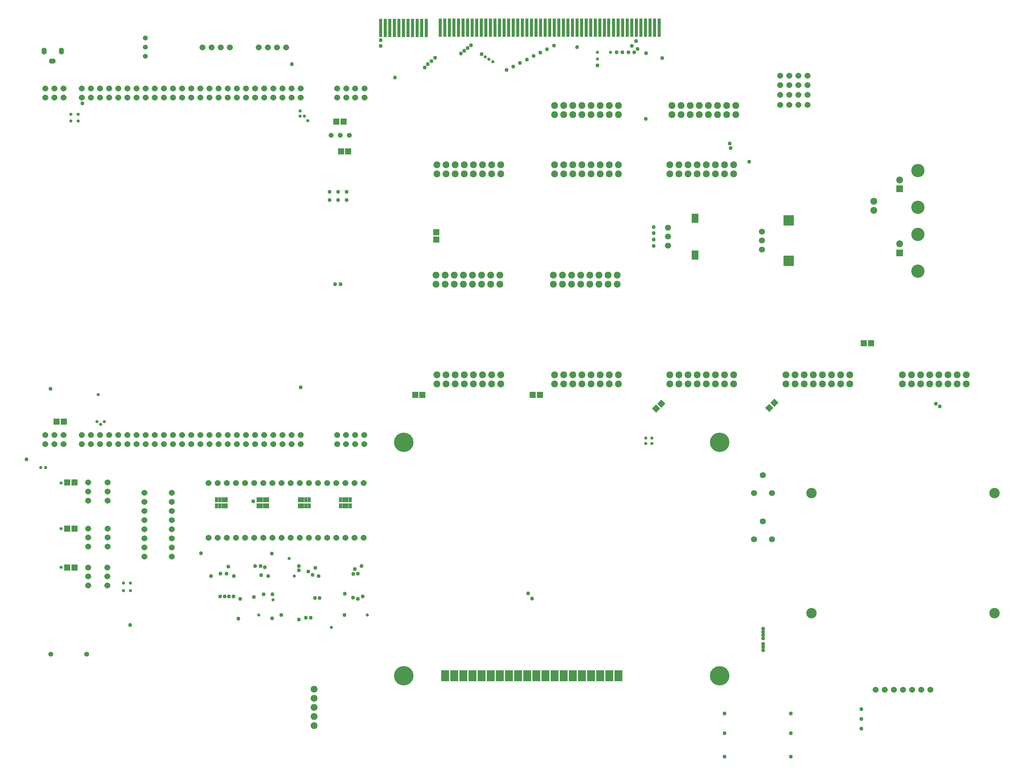
<source format=gbs>
G04 Layer_Color=16711935*
%FSLAX44Y44*%
%MOMM*%
G71*
G01*
G75*
%ADD61R,1.6700X1.6700*%
%ADD62R,0.8500X1.4000*%
%ADD64R,1.6700X1.6700*%
%ADD79R,0.9000X5.1800*%
%ADD86C,1.6700*%
%ADD87R,1.9000X1.9000*%
%ADD88C,1.9000*%
%ADD89C,3.7000*%
%ADD90C,1.9240*%
%ADD91C,1.7000*%
%ADD92R,2.9000X2.9000*%
%ADD93R,1.9000X2.5000*%
%ADD94C,2.9000*%
%ADD95O,1.9000X1.4000*%
%ADD96O,1.4000X1.9000*%
%ADD97C,1.3700*%
%ADD98R,2.2000X3.1500*%
%ADD99C,5.4000*%
%ADD100C,1.1000*%
%ADD101P,2.3617X4X90.0*%
%ADD102C,0.9000*%
D61*
X7317750Y6655000D02*
D03*
Y6635000D02*
D03*
D62*
X7078000Y5893000D02*
D03*
X7069000D02*
D03*
X7060000D02*
D03*
X7051000D02*
D03*
X7078000Y5910000D02*
D03*
X7069000D02*
D03*
X7060000D02*
D03*
X7051000D02*
D03*
X6705750D02*
D03*
X6714750D02*
D03*
X6723750D02*
D03*
X6732750D02*
D03*
X6705750Y5893000D02*
D03*
X6714750D02*
D03*
X6723750D02*
D03*
X6732750D02*
D03*
X6963250D02*
D03*
X6954250D02*
D03*
X6945250D02*
D03*
X6936250D02*
D03*
X6963250Y5910000D02*
D03*
X6954250D02*
D03*
X6945250D02*
D03*
X6936250D02*
D03*
X6821000D02*
D03*
X6830000D02*
D03*
X6839000D02*
D03*
X6848000D02*
D03*
X6821000Y5893000D02*
D03*
X6830000D02*
D03*
X6839000D02*
D03*
X6848000D02*
D03*
D64*
X8528000Y6346000D02*
D03*
X8508000D02*
D03*
X6290000Y5958000D02*
D03*
X6310000D02*
D03*
X6290000Y5830000D02*
D03*
X6310000D02*
D03*
X6290000Y5721500D02*
D03*
X6310000D02*
D03*
X7279000Y6202000D02*
D03*
X7259000D02*
D03*
X7606000D02*
D03*
X7586000D02*
D03*
X7039000Y6963000D02*
D03*
X7059000D02*
D03*
X7052250Y6880000D02*
D03*
X7072250D02*
D03*
X6280000Y6128000D02*
D03*
X6260000D02*
D03*
D79*
X7163000Y7224000D02*
D03*
X7175700D02*
D03*
X7188400D02*
D03*
X7201100D02*
D03*
X7213800D02*
D03*
X7226500D02*
D03*
X7239200D02*
D03*
X7251900D02*
D03*
X7264600D02*
D03*
X7277300D02*
D03*
X7290000D02*
D03*
X7328200Y7224600D02*
D03*
X7340900D02*
D03*
X7353600D02*
D03*
X7366300D02*
D03*
X7379000D02*
D03*
X7391700D02*
D03*
X7404400D02*
D03*
X7417100D02*
D03*
X7429800D02*
D03*
X7442500D02*
D03*
X7455200D02*
D03*
X7467900D02*
D03*
X7480600D02*
D03*
X7493300D02*
D03*
X7506000D02*
D03*
X7518700D02*
D03*
X7531400D02*
D03*
X7544100D02*
D03*
X7556800D02*
D03*
X7569500D02*
D03*
X7582200D02*
D03*
X7594900D02*
D03*
X7607600D02*
D03*
X7620300D02*
D03*
X7633000D02*
D03*
X7645700D02*
D03*
X7658400D02*
D03*
X7671100D02*
D03*
X7683800D02*
D03*
X7696500D02*
D03*
X7709200D02*
D03*
X7721900D02*
D03*
X7734600D02*
D03*
X7747300D02*
D03*
X7760000D02*
D03*
X7772700D02*
D03*
X7785400D02*
D03*
X7810800D02*
D03*
X7823500D02*
D03*
X7836200D02*
D03*
X7848900D02*
D03*
X7861600D02*
D03*
X7874300D02*
D03*
X7887000D02*
D03*
X7899700D02*
D03*
X7912400D02*
D03*
X7925100D02*
D03*
X7937800D02*
D03*
X7798000D02*
D03*
D86*
X8351500Y7091500D02*
D03*
X8326100D02*
D03*
X8300700D02*
D03*
X8275300D02*
D03*
X8693200Y5381000D02*
D03*
X8667800D02*
D03*
X8642400D02*
D03*
X8617000D02*
D03*
X8591600D02*
D03*
X8566200D02*
D03*
X8540800D02*
D03*
X6402000Y5933000D02*
D03*
X6348000D02*
D03*
X6402000Y5958000D02*
D03*
Y5908000D02*
D03*
X6348000D02*
D03*
Y5958000D02*
D03*
X6402000Y5805000D02*
D03*
X6348000D02*
D03*
X6402000Y5830000D02*
D03*
Y5780000D02*
D03*
X6348000D02*
D03*
Y5830000D02*
D03*
X6401800Y5696600D02*
D03*
X6347800D02*
D03*
X6401800Y5721600D02*
D03*
Y5671600D02*
D03*
X6347800D02*
D03*
Y5721600D02*
D03*
X6504900Y5752000D02*
D03*
Y5777400D02*
D03*
Y5802800D02*
D03*
Y5828200D02*
D03*
Y5853600D02*
D03*
Y5879000D02*
D03*
Y5904400D02*
D03*
Y5929800D02*
D03*
X6581100D02*
D03*
Y5904400D02*
D03*
Y5879000D02*
D03*
Y5853600D02*
D03*
Y5828200D02*
D03*
Y5802800D02*
D03*
Y5777400D02*
D03*
Y5752000D02*
D03*
X6899700Y7169750D02*
D03*
X6874300D02*
D03*
X6848900D02*
D03*
X6823500D02*
D03*
X6742800D02*
D03*
X6717400D02*
D03*
X6692000D02*
D03*
X6666600D02*
D03*
X6683000Y5804000D02*
D03*
X6708400D02*
D03*
X6733800D02*
D03*
X6759200D02*
D03*
X6784600D02*
D03*
X6810000D02*
D03*
X6835400D02*
D03*
X6860800D02*
D03*
X6886200D02*
D03*
X6911600D02*
D03*
X6937000D02*
D03*
X6962400D02*
D03*
X6987800D02*
D03*
X7013200D02*
D03*
X7038600D02*
D03*
X7064000D02*
D03*
X7089400D02*
D03*
X7114800D02*
D03*
Y5956400D02*
D03*
X7089400D02*
D03*
X7064000D02*
D03*
X7038600D02*
D03*
X7013200D02*
D03*
X6987800D02*
D03*
X6962400D02*
D03*
X6937000D02*
D03*
X6911600D02*
D03*
X6886200D02*
D03*
X6860800D02*
D03*
X6835400D02*
D03*
X6810000D02*
D03*
X6784600D02*
D03*
X6759200D02*
D03*
X6733800D02*
D03*
X6708400D02*
D03*
X6683000D02*
D03*
X6228600Y7055400D02*
D03*
X6254000D02*
D03*
X6279400D02*
D03*
X6330200D02*
D03*
X6355600D02*
D03*
X6381000D02*
D03*
X6406400D02*
D03*
X6431800D02*
D03*
X6457200D02*
D03*
X6482600D02*
D03*
X6508000D02*
D03*
X6533400D02*
D03*
X6558800D02*
D03*
X6584200D02*
D03*
X6609600D02*
D03*
X6635000D02*
D03*
X6660400D02*
D03*
X6685800D02*
D03*
X6711200D02*
D03*
X6736600D02*
D03*
X6762000D02*
D03*
X6787400D02*
D03*
X6812800D02*
D03*
X6838200D02*
D03*
X6863600D02*
D03*
X6889000D02*
D03*
X6914400D02*
D03*
X6939800D02*
D03*
X7041350D02*
D03*
X7066550D02*
D03*
X7091850D02*
D03*
X7117350D02*
D03*
Y7030000D02*
D03*
X7091850D02*
D03*
X7066550D02*
D03*
X7041350D02*
D03*
X6939800D02*
D03*
X6914400D02*
D03*
X6889000D02*
D03*
X6863600D02*
D03*
X6838200D02*
D03*
X6812800D02*
D03*
X6787400D02*
D03*
X6762000D02*
D03*
X6736600D02*
D03*
X6711200D02*
D03*
X6685800D02*
D03*
X6660400D02*
D03*
X6635000D02*
D03*
X6609600D02*
D03*
X6584200D02*
D03*
X6558800D02*
D03*
X6533400D02*
D03*
X6508000D02*
D03*
X6482600D02*
D03*
X6457200D02*
D03*
X6431800D02*
D03*
X6406400D02*
D03*
X6381000D02*
D03*
X6355600D02*
D03*
X6330200D02*
D03*
X6279400D02*
D03*
X6254000D02*
D03*
X6228600D02*
D03*
X6228500Y6090150D02*
D03*
X6253900D02*
D03*
X6279300D02*
D03*
X6330100D02*
D03*
X6355500D02*
D03*
X6380900D02*
D03*
X6406300D02*
D03*
X6431700D02*
D03*
X6457100D02*
D03*
X6482500D02*
D03*
X6507900D02*
D03*
X6533300D02*
D03*
X6558700D02*
D03*
X6584100D02*
D03*
X6609500D02*
D03*
X6634900D02*
D03*
X6660300D02*
D03*
X6685700D02*
D03*
X6711100D02*
D03*
X6736500D02*
D03*
X6761900D02*
D03*
X6787300D02*
D03*
X6812700D02*
D03*
X6838100D02*
D03*
X6863500D02*
D03*
X6888900D02*
D03*
X6914300D02*
D03*
X6939700D02*
D03*
X7041250D02*
D03*
X7066450D02*
D03*
X7091750D02*
D03*
X7117250D02*
D03*
Y6064750D02*
D03*
X7091750D02*
D03*
X7066450D02*
D03*
X7041250D02*
D03*
X6939700D02*
D03*
X6914300D02*
D03*
X6888900D02*
D03*
X6863500D02*
D03*
X6838100D02*
D03*
X6812700D02*
D03*
X6787300D02*
D03*
X6761900D02*
D03*
X6736500D02*
D03*
X6711100D02*
D03*
X6685700D02*
D03*
X6660300D02*
D03*
X6634900D02*
D03*
X6609500D02*
D03*
X6584100D02*
D03*
X6558700D02*
D03*
X6533300D02*
D03*
X6507900D02*
D03*
X6482500D02*
D03*
X6457100D02*
D03*
X6431700D02*
D03*
X6406300D02*
D03*
X6380900D02*
D03*
X6355500D02*
D03*
X6330100D02*
D03*
X6279300D02*
D03*
X6253900D02*
D03*
X6228500D02*
D03*
X8275000Y7065000D02*
D03*
X8300400D02*
D03*
X8325800D02*
D03*
X8351200D02*
D03*
Y7037500D02*
D03*
X8325800D02*
D03*
X8300400D02*
D03*
X8275000D02*
D03*
Y7010000D02*
D03*
X8300400D02*
D03*
X8325800D02*
D03*
X8351200D02*
D03*
D87*
X8608000Y6598000D02*
D03*
Y6776000D02*
D03*
D88*
Y6623000D02*
D03*
Y6801000D02*
D03*
D89*
X8659000Y6649000D02*
D03*
Y6547000D02*
D03*
Y6827000D02*
D03*
Y6725000D02*
D03*
D90*
X8536000Y6716000D02*
D03*
Y6741400D02*
D03*
X7497400Y6232500D02*
D03*
X7472000D02*
D03*
X7446600D02*
D03*
X7421200D02*
D03*
X7395800D02*
D03*
X7370400D02*
D03*
X7345000D02*
D03*
X7319600D02*
D03*
Y6257900D02*
D03*
X7370400D02*
D03*
X7345000D02*
D03*
X7395800D02*
D03*
X7421200D02*
D03*
X7446600D02*
D03*
X7472000D02*
D03*
X7497400D02*
D03*
X7494400Y6510000D02*
D03*
X7469000D02*
D03*
X7443600D02*
D03*
X7418200D02*
D03*
X7392800D02*
D03*
X7367400D02*
D03*
X7342000D02*
D03*
X7316600D02*
D03*
Y6535400D02*
D03*
X7367400D02*
D03*
X7342000D02*
D03*
X7392800D02*
D03*
X7418200D02*
D03*
X7443600D02*
D03*
X7469000D02*
D03*
X7494400D02*
D03*
X7821550Y6510000D02*
D03*
X7796150D02*
D03*
X7770750D02*
D03*
X7745350D02*
D03*
X7719950D02*
D03*
X7694550D02*
D03*
X7669150D02*
D03*
X7643750D02*
D03*
Y6535400D02*
D03*
X7694550D02*
D03*
X7669150D02*
D03*
X7719950D02*
D03*
X7745350D02*
D03*
X7770750D02*
D03*
X7796150D02*
D03*
X7821550D02*
D03*
X8145200Y6232500D02*
D03*
X8119800D02*
D03*
X8094400D02*
D03*
X8069000D02*
D03*
X8043600D02*
D03*
X8018200D02*
D03*
X7992800D02*
D03*
X7967400D02*
D03*
Y6257900D02*
D03*
X8018200D02*
D03*
X7992800D02*
D03*
X8043600D02*
D03*
X8069000D02*
D03*
X8094400D02*
D03*
X8119800D02*
D03*
X8145200D02*
D03*
X7824550Y6232500D02*
D03*
X7799150D02*
D03*
X7773750D02*
D03*
X7748350D02*
D03*
X7722950D02*
D03*
X7697550D02*
D03*
X7672150D02*
D03*
X7646750D02*
D03*
Y6257900D02*
D03*
X7697550D02*
D03*
X7672150D02*
D03*
X7722950D02*
D03*
X7748350D02*
D03*
X7773750D02*
D03*
X7799150D02*
D03*
X7824550D02*
D03*
X8793000Y6232500D02*
D03*
X8767600D02*
D03*
X8742200D02*
D03*
X8716801D02*
D03*
X8691400D02*
D03*
X8666000D02*
D03*
X8640601D02*
D03*
X8615200D02*
D03*
Y6257900D02*
D03*
X8666000D02*
D03*
X8640601D02*
D03*
X8691400D02*
D03*
X8716801D02*
D03*
X8742200D02*
D03*
X8767600D02*
D03*
X8793000D02*
D03*
X8469100Y6232500D02*
D03*
X8443700D02*
D03*
X8418300D02*
D03*
X8392900D02*
D03*
X8367500D02*
D03*
X8342100D02*
D03*
X8316700D02*
D03*
X8291300D02*
D03*
Y6257900D02*
D03*
X8342100D02*
D03*
X8316700D02*
D03*
X8367500D02*
D03*
X8392900D02*
D03*
X8418300D02*
D03*
X8443700D02*
D03*
X8469100D02*
D03*
X7824550Y6982600D02*
D03*
X7799150D02*
D03*
X7773750D02*
D03*
X7748350D02*
D03*
X7722950D02*
D03*
X7697550D02*
D03*
X7672150D02*
D03*
X7646750D02*
D03*
Y7008000D02*
D03*
X7697550D02*
D03*
X7672150D02*
D03*
X7722950D02*
D03*
X7748350D02*
D03*
X7773750D02*
D03*
X7799150D02*
D03*
X7824550D02*
D03*
X8151700Y6982600D02*
D03*
X8126300D02*
D03*
X8100900D02*
D03*
X8075500D02*
D03*
X8050100D02*
D03*
X8024700D02*
D03*
X7999300D02*
D03*
X7973900D02*
D03*
Y7008000D02*
D03*
X8024700D02*
D03*
X7999300D02*
D03*
X8050100D02*
D03*
X8075500D02*
D03*
X8100900D02*
D03*
X8126300D02*
D03*
X8151700D02*
D03*
X8145200Y6817500D02*
D03*
X8119800D02*
D03*
X8094400D02*
D03*
X8069000D02*
D03*
X8043600D02*
D03*
X8018200D02*
D03*
X7992800D02*
D03*
X7967400D02*
D03*
Y6842900D02*
D03*
X8018200D02*
D03*
X7992800D02*
D03*
X8043600D02*
D03*
X8069000D02*
D03*
X8094400D02*
D03*
X8119800D02*
D03*
X8145200D02*
D03*
X7824550Y6817500D02*
D03*
X7799150D02*
D03*
X7773750D02*
D03*
X7748350D02*
D03*
X7722950D02*
D03*
X7697550D02*
D03*
X7672150D02*
D03*
X7646750D02*
D03*
Y6842900D02*
D03*
X7697550D02*
D03*
X7672150D02*
D03*
X7722950D02*
D03*
X7748350D02*
D03*
X7773750D02*
D03*
X7799150D02*
D03*
X7824550D02*
D03*
X7497400Y6817500D02*
D03*
X7472000D02*
D03*
X7446600D02*
D03*
X7421200D02*
D03*
X7395800D02*
D03*
X7370400D02*
D03*
X7345000D02*
D03*
X7319600D02*
D03*
Y6842900D02*
D03*
X7370400D02*
D03*
X7345000D02*
D03*
X7395800D02*
D03*
X7421200D02*
D03*
X7446600D02*
D03*
X7472000D02*
D03*
X7497400D02*
D03*
X6977000Y5382600D02*
D03*
Y5357200D02*
D03*
Y5331800D02*
D03*
Y5306400D02*
D03*
Y5281000D02*
D03*
D91*
X8224000Y6632000D02*
D03*
Y6607000D02*
D03*
Y6657000D02*
D03*
X7963000Y6643000D02*
D03*
Y6618000D02*
D03*
Y6668000D02*
D03*
X8227000Y5850000D02*
D03*
X8202000Y5800000D02*
D03*
X8252000D02*
D03*
X8227000Y5979000D02*
D03*
X8202000Y5929000D02*
D03*
X8252000D02*
D03*
D92*
X8299000Y6576000D02*
D03*
Y6688000D02*
D03*
D93*
X8038000Y6592000D02*
D03*
Y6694000D02*
D03*
D94*
X8362000Y5929000D02*
D03*
Y5594000D02*
D03*
X8872250Y5594500D02*
D03*
Y5929000D02*
D03*
D95*
X6248000Y7132000D02*
D03*
D96*
X6274000Y7160000D02*
D03*
X6225000D02*
D03*
D97*
X7075000Y6925250D02*
D03*
X7049600D02*
D03*
X7024200D02*
D03*
X6343700Y5480300D02*
D03*
X6243700D02*
D03*
X6507000Y7145600D02*
D03*
Y7171000D02*
D03*
Y7196400D02*
D03*
D98*
X7824600Y5420000D02*
D03*
X7342000D02*
D03*
X7367400D02*
D03*
X7392800D02*
D03*
X7418200D02*
D03*
X7443600D02*
D03*
X7469000D02*
D03*
X7494400D02*
D03*
X7519800D02*
D03*
X7545200D02*
D03*
X7570600D02*
D03*
X7596000D02*
D03*
X7621400D02*
D03*
X7646800D02*
D03*
X7672200D02*
D03*
X7697600D02*
D03*
X7723000D02*
D03*
X7748400D02*
D03*
X7773800D02*
D03*
X7799200D02*
D03*
D99*
X7227000D02*
D03*
X8107000D02*
D03*
X7227000Y6070000D02*
D03*
X8107000D02*
D03*
D100*
X6332250Y7014000D02*
D03*
X8501000Y5273000D02*
D03*
Y5300000D02*
D03*
Y5327000D02*
D03*
X7513000Y7107000D02*
D03*
X7588428Y7145857D02*
D03*
X7645000Y7175000D02*
D03*
X7626143Y7165286D02*
D03*
X7607286Y7155571D02*
D03*
X7569572Y7136143D02*
D03*
X7550714Y7126429D02*
D03*
X7531857Y7116714D02*
D03*
X7709200Y7171200D02*
D03*
X7862000Y7174000D02*
D03*
X7878000Y7166000D02*
D03*
X6915750Y7123250D02*
D03*
X6662250Y5761000D02*
D03*
X6886000Y5589250D02*
D03*
X6935250Y5576250D02*
D03*
X7063000Y5648500D02*
D03*
X6809933Y5638933D02*
D03*
X6766700Y5579200D02*
D03*
X6690000Y5697750D02*
D03*
X6990000D02*
D03*
X6860000Y5580000D02*
D03*
X6754000Y5697750D02*
D03*
X6771750Y5633750D02*
D03*
X7061500Y5589000D02*
D03*
X6813250Y5725250D02*
D03*
X6830250Y5700500D02*
D03*
X6828000Y5725500D02*
D03*
X6840333Y5721917D02*
D03*
X6849000Y5698000D02*
D03*
X6861000Y5646750D02*
D03*
X6837000D02*
D03*
X6859750Y5760000D02*
D03*
X6807500Y5905500D02*
D03*
X6738579Y5723779D02*
D03*
X6752500Y5640500D02*
D03*
X6740250D02*
D03*
X6733578Y5704028D02*
D03*
X6728000Y5640500D02*
D03*
X6715750D02*
D03*
X6716500Y5704250D02*
D03*
X6176000Y6023000D02*
D03*
X8189000Y6852000D02*
D03*
X7044500Y6745000D02*
D03*
X7068000D02*
D03*
Y6768000D02*
D03*
X7044500D02*
D03*
X7020000D02*
D03*
Y6745000D02*
D03*
X7202250Y7086250D02*
D03*
X7901000Y6971000D02*
D03*
X7766000Y7120000D02*
D03*
X7443333Y7151000D02*
D03*
X7414000Y7176000D02*
D03*
X7404667Y7168333D02*
D03*
X7395333Y7160667D02*
D03*
X7386000Y7153000D02*
D03*
X7314000Y7141000D02*
D03*
X7304000Y7132000D02*
D03*
X7294000Y7123000D02*
D03*
X7285000Y7114000D02*
D03*
X7902000Y7154000D02*
D03*
X7163000Y7174000D02*
D03*
Y7190000D02*
D03*
X6465000Y5561000D02*
D03*
X7572900Y5649100D02*
D03*
X7584000Y5635000D02*
D03*
X8228000Y5551000D02*
D03*
Y5542000D02*
D03*
Y5533000D02*
D03*
Y5524000D02*
D03*
Y5509000D02*
D03*
Y5500000D02*
D03*
Y5491000D02*
D03*
X6939800Y6223800D02*
D03*
X7036000Y6510000D02*
D03*
X7836000Y7156000D02*
D03*
X7852500D02*
D03*
X7869000D02*
D03*
X7947000Y7140000D02*
D03*
X7819500Y7156000D02*
D03*
X7874000Y7188000D02*
D03*
X6243400Y6219400D02*
D03*
X7051000Y6510000D02*
D03*
X6992750Y5637000D02*
D03*
X6935000Y5713500D02*
D03*
X6979500Y5637000D02*
D03*
X6972750Y5700750D02*
D03*
X6980750Y5720500D02*
D03*
X6954750Y5581250D02*
D03*
X6967466Y5581967D02*
D03*
X7085750Y5637250D02*
D03*
X7086250Y5703750D02*
D03*
X7099500Y5704750D02*
D03*
X7091000Y5717500D02*
D03*
X7099000Y5634500D02*
D03*
X7109000Y5725500D02*
D03*
X7112500Y5641250D02*
D03*
X6961000Y5710500D02*
D03*
X6934750Y5725500D02*
D03*
X7923000Y6617000D02*
D03*
Y6634667D02*
D03*
Y6652333D02*
D03*
Y6670000D02*
D03*
X8709000Y6178000D02*
D03*
X8720000Y6170000D02*
D03*
X8120000Y5315000D02*
D03*
Y5260000D02*
D03*
Y5195000D02*
D03*
X8305000Y5315000D02*
D03*
Y5260000D02*
D03*
Y5195000D02*
D03*
X8135000Y6902500D02*
D03*
X8137500Y6890000D02*
D03*
D101*
X8259000Y6180000D02*
D03*
X8244858Y6165858D02*
D03*
X7944000Y6178000D02*
D03*
X7929858Y6163858D02*
D03*
D102*
X6393000Y6128000D02*
D03*
X6372750D02*
D03*
X6320000Y6984000D02*
D03*
X6299750D02*
D03*
X6320000Y6965000D02*
D03*
X6299750D02*
D03*
X6959750Y6966000D02*
D03*
X6950500Y6978750D02*
D03*
X6907500Y5747000D02*
D03*
X7025750Y5554250D02*
D03*
X6822750Y5589000D02*
D03*
X6922500Y5697750D02*
D03*
X7125250Y5589000D02*
D03*
X6863000Y5631500D02*
D03*
X7900000Y7225000D02*
D03*
X7766000Y7156000D02*
D03*
Y7138000D02*
D03*
X7475000Y7130000D02*
D03*
X7464445Y7137000D02*
D03*
X7453889Y7144000D02*
D03*
X7803000Y7156000D02*
D03*
X7226500Y7224000D02*
D03*
X7290000D02*
D03*
X7379000Y7224600D02*
D03*
X7442500D02*
D03*
X7620300D02*
D03*
X7645700D02*
D03*
X7925100D02*
D03*
X6280000Y6128000D02*
D03*
X6938000Y6993000D02*
D03*
Y6979000D02*
D03*
X6230000Y6000000D02*
D03*
X6216000D02*
D03*
X6376000Y6203250D02*
D03*
X6273000Y5957000D02*
D03*
Y5830000D02*
D03*
Y5722000D02*
D03*
X6383000Y6120000D02*
D03*
X6466000Y5678000D02*
D03*
Y5657000D02*
D03*
X6446000Y5678000D02*
D03*
Y5657000D02*
D03*
X7901000Y6067000D02*
D03*
X7918000D02*
D03*
X7901000Y6082000D02*
D03*
X7918000D02*
D03*
M02*

</source>
